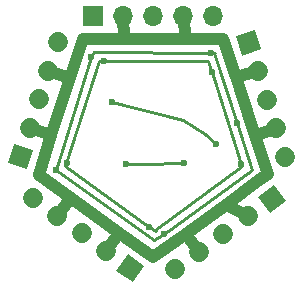
<source format=gbr>
G04 #@! TF.FileFunction,Copper,L2,Bot,Signal*
%FSLAX46Y46*%
G04 Gerber Fmt 4.6, Leading zero omitted, Abs format (unit mm)*
G04 Created by KiCad (PCBNEW 4.0.7) date 05/29/18 15:24:09*
%MOMM*%
%LPD*%
G01*
G04 APERTURE LIST*
%ADD10C,0.100000*%
%ADD11C,1.700000*%
%ADD12R,1.700000X1.700000*%
%ADD13O,1.700000X1.700000*%
%ADD14C,0.600000*%
%ADD15C,1.000000*%
%ADD16C,0.500000*%
%ADD17C,0.250000*%
G04 APERTURE END LIST*
D10*
G36*
X157711953Y-102912718D02*
X159087282Y-103911953D01*
X158088047Y-105287282D01*
X156712718Y-104288047D01*
X157711953Y-102912718D01*
X157711953Y-102912718D01*
G37*
D11*
X155845097Y-102607025D02*
X155845097Y-102607025D01*
X153790194Y-101114051D02*
X153790194Y-101114051D01*
X151735291Y-99621076D02*
X151735291Y-99621076D01*
X149680387Y-98128102D02*
X149680387Y-98128102D01*
D12*
X154750000Y-82750000D03*
D13*
X157290000Y-82750000D03*
X159830000Y-82750000D03*
X162370000Y-82750000D03*
X164910000Y-82750000D03*
D10*
G36*
X168712718Y-98011953D02*
X170088047Y-97012718D01*
X171087282Y-98388047D01*
X169711953Y-99387282D01*
X168712718Y-98011953D01*
X168712718Y-98011953D01*
G37*
D11*
X167845097Y-99692975D02*
X167845097Y-99692975D01*
X165790194Y-101185949D02*
X165790194Y-101185949D01*
X163735291Y-102678924D02*
X163735291Y-102678924D01*
X161680387Y-104171898D02*
X161680387Y-104171898D01*
D10*
G36*
X167354266Y-86071062D02*
X166828938Y-84454266D01*
X168445734Y-83928938D01*
X168971062Y-85545734D01*
X167354266Y-86071062D01*
X167354266Y-86071062D01*
G37*
D11*
X168684903Y-87415684D02*
X168684903Y-87415684D01*
X169469806Y-89831367D02*
X169469806Y-89831367D01*
X170254709Y-92247051D02*
X170254709Y-92247051D01*
X171039613Y-94662734D02*
X171039613Y-94662734D01*
D10*
G36*
X149671062Y-94054266D02*
X149145734Y-95671062D01*
X147528938Y-95145734D01*
X148054266Y-93528938D01*
X149671062Y-94054266D01*
X149671062Y-94054266D01*
G37*
D11*
X149384903Y-92184316D02*
X149384903Y-92184316D01*
X150169806Y-89768633D02*
X150169806Y-89768633D01*
X150954709Y-87352949D02*
X150954709Y-87352949D01*
X151739613Y-84937266D02*
X151739613Y-84937266D01*
D14*
X154609800Y-86207600D03*
X164744400Y-85826600D03*
X166954200Y-91795600D03*
X160782000Y-101142800D03*
X151638000Y-95783400D03*
X167284400Y-95224600D03*
X155676600Y-86512400D03*
X164820600Y-87452200D03*
X159512000Y-100558600D03*
X152501600Y-95199200D03*
X157530800Y-95224600D03*
X162450000Y-95200000D03*
X165176200Y-93548200D03*
X156362400Y-90043000D03*
D15*
X155845097Y-102607025D02*
X156921200Y-101066600D01*
X159842200Y-103149400D02*
X162585400Y-101168200D01*
X156921200Y-101066600D02*
X159842200Y-103149400D01*
D16*
X168808400Y-96621600D02*
X168808150Y-96621255D01*
X167221744Y-88887308D02*
X167182800Y-88900000D01*
D15*
X150954709Y-87352949D02*
X152755600Y-87985600D01*
D16*
X152755600Y-87985600D02*
X152755600Y-87985601D01*
D15*
X149384903Y-92184316D02*
X151206200Y-92786200D01*
D16*
X151206200Y-92786200D02*
X151206200Y-92786199D01*
D15*
X157290000Y-82750000D02*
X157353000Y-84683600D01*
X162370000Y-82750000D02*
X162636200Y-84683600D01*
X168684903Y-87415684D02*
X166878000Y-87909400D01*
X170254709Y-92247051D02*
X168478200Y-92887800D01*
X167845097Y-99692975D02*
X165963600Y-98729800D01*
X163735291Y-102678924D02*
X162585400Y-101168200D01*
X153873200Y-84683600D02*
X152755600Y-87985601D01*
X152755600Y-87985601D02*
X151206200Y-92786199D01*
X151206200Y-92786199D02*
X150139400Y-96164400D01*
X165785800Y-84683600D02*
X162636200Y-84683600D01*
X162636200Y-84683600D02*
X157353000Y-84683600D01*
X157353000Y-84683600D02*
X153873200Y-84683600D01*
X169519600Y-96113600D02*
X168478200Y-92887800D01*
X168478200Y-92887800D02*
X167182800Y-88900000D01*
X167182800Y-88900000D02*
X166878000Y-87909400D01*
X166878000Y-87909400D02*
X165785800Y-84683600D01*
X162585400Y-101168200D02*
X165963600Y-98729800D01*
X165963600Y-98729800D02*
X168808150Y-96621255D01*
X168808150Y-96621255D02*
X169519600Y-96113600D01*
X150139400Y-96164400D02*
X152908000Y-98120200D01*
X152908000Y-98120200D02*
X156921200Y-101066600D01*
X151735291Y-99621076D02*
X152908000Y-98120200D01*
D17*
X154600008Y-86204449D02*
X154600008Y-86204450D01*
X154609800Y-86207600D02*
X154600008Y-86204449D01*
X164744400Y-85826600D02*
X164744392Y-85835988D01*
X166946405Y-91798120D02*
X166946405Y-91798119D01*
X166954200Y-91795600D02*
X166946405Y-91798120D01*
X160782000Y-101142800D02*
X160783648Y-101145050D01*
X151638000Y-95783400D02*
X151648263Y-95769339D01*
X160582000Y-101292800D02*
X160783648Y-101145050D01*
X160783648Y-101145050D02*
X168198800Y-95732600D01*
X154787600Y-85801200D02*
X154600008Y-86204450D01*
X154600008Y-86204450D02*
X151588000Y-95733400D01*
X151588000Y-95733400D02*
X151648263Y-95769339D01*
X151648263Y-95769339D02*
X159867600Y-101727000D01*
X159867600Y-101727000D02*
X160582000Y-101292800D01*
X165014898Y-85836231D02*
X164744392Y-85835988D01*
X164744392Y-85835988D02*
X154787600Y-85801200D01*
X154787600Y-85801200D02*
X154787510Y-85801200D01*
X165014898Y-85836231D02*
X166946405Y-91798119D01*
X166946405Y-91798119D02*
X168198800Y-95732600D01*
X165044400Y-85826600D02*
X165014898Y-85836231D01*
X168198800Y-95732600D02*
X168240797Y-95703169D01*
X167284400Y-95224600D02*
X167294868Y-95221268D01*
X159994600Y-100863400D02*
X164508059Y-97509423D01*
X164508059Y-97509423D02*
X167360600Y-95427800D01*
X152401600Y-95399200D02*
X159499722Y-100575429D01*
X159499722Y-100575429D02*
X160044600Y-100913400D01*
X155219400Y-86512400D02*
X152479154Y-95192048D01*
X152479154Y-95192048D02*
X152401600Y-95399200D01*
X164490400Y-86537800D02*
X155676526Y-86519616D01*
X155676526Y-86519616D02*
X155219400Y-86512400D01*
X167360600Y-95427800D02*
X167294868Y-95221268D01*
X167294868Y-95221268D02*
X164822082Y-87451704D01*
X164822082Y-87451704D02*
X164756769Y-87256836D01*
X164756769Y-87256836D02*
X164490400Y-86537800D01*
X155676600Y-86512400D02*
X155676526Y-86519616D01*
X164820600Y-87452200D02*
X164822082Y-87451704D01*
X159512000Y-100558600D02*
X159499722Y-100575429D01*
X152479154Y-95192047D02*
X152479154Y-95192048D01*
X152501600Y-95199200D02*
X152479154Y-95192047D01*
X155676600Y-86512400D02*
X155676526Y-86519616D01*
X164822082Y-87451703D02*
X164822082Y-87451704D01*
X164820600Y-87452200D02*
X164822082Y-87451703D01*
X164490400Y-97485200D02*
X164508059Y-97509423D01*
X158902400Y-95224600D02*
X157530800Y-95224600D01*
X162450000Y-95200000D02*
X158902400Y-95224600D01*
X164200000Y-92750000D02*
X165176200Y-93548200D01*
X162400000Y-91500000D02*
X164200000Y-92750000D01*
X156362400Y-90043000D02*
X162400000Y-91500000D01*
M02*

</source>
